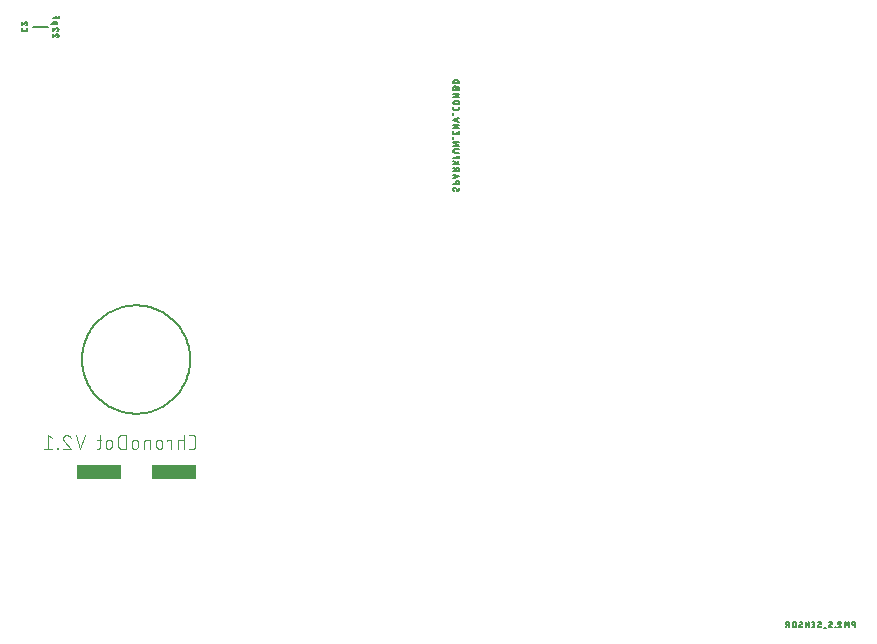
<source format=gbo>
G04 EAGLE Gerber X2 export*
%TF.Part,Single*%
%TF.FileFunction,Other,Bottom Silkscreen*%
%TF.FilePolarity,Positive*%
%TF.GenerationSoftware,Autodesk,EAGLE,9.1.1*%
%TF.CreationDate,2018-07-22T08:43:09Z*%
G75*
%MOMM*%
%FSLAX34Y34*%
%LPD*%
%AMOC8*
5,1,8,0,0,1.08239X$1,22.5*%
G01*
%ADD10C,0.203200*%
%ADD11C,0.127000*%
%ADD12C,0.101600*%
%ADD13R,3.810000X1.270000*%


D10*
X64770Y548640D02*
X77470Y548640D01*
D11*
X55499Y547144D02*
X55499Y546072D01*
X55501Y546007D01*
X55507Y545943D01*
X55517Y545879D01*
X55530Y545815D01*
X55548Y545753D01*
X55569Y545692D01*
X55593Y545632D01*
X55622Y545574D01*
X55654Y545517D01*
X55689Y545463D01*
X55727Y545411D01*
X55769Y545361D01*
X55813Y545314D01*
X55860Y545270D01*
X55910Y545228D01*
X55962Y545190D01*
X56016Y545155D01*
X56073Y545123D01*
X56131Y545094D01*
X56191Y545070D01*
X56252Y545049D01*
X56314Y545031D01*
X56378Y545018D01*
X56442Y545008D01*
X56506Y545002D01*
X56571Y545000D01*
X56571Y544999D02*
X59253Y544999D01*
X59253Y545000D02*
X59318Y545002D01*
X59382Y545008D01*
X59446Y545018D01*
X59510Y545031D01*
X59572Y545049D01*
X59633Y545070D01*
X59693Y545094D01*
X59751Y545123D01*
X59808Y545155D01*
X59862Y545190D01*
X59914Y545228D01*
X59964Y545270D01*
X60011Y545314D01*
X60055Y545361D01*
X60097Y545411D01*
X60135Y545463D01*
X60170Y545517D01*
X60202Y545574D01*
X60231Y545632D01*
X60255Y545692D01*
X60276Y545753D01*
X60294Y545815D01*
X60307Y545879D01*
X60317Y545943D01*
X60323Y546007D01*
X60325Y546072D01*
X60325Y547144D01*
X60325Y551074D02*
X60323Y551142D01*
X60317Y551209D01*
X60308Y551276D01*
X60295Y551343D01*
X60278Y551408D01*
X60257Y551473D01*
X60233Y551536D01*
X60205Y551598D01*
X60174Y551658D01*
X60140Y551716D01*
X60102Y551772D01*
X60062Y551827D01*
X60018Y551878D01*
X59971Y551927D01*
X59922Y551974D01*
X59871Y552018D01*
X59816Y552058D01*
X59760Y552096D01*
X59702Y552130D01*
X59642Y552161D01*
X59580Y552189D01*
X59517Y552213D01*
X59452Y552234D01*
X59387Y552251D01*
X59320Y552264D01*
X59253Y552273D01*
X59186Y552279D01*
X59118Y552281D01*
X60325Y551074D02*
X60323Y550996D01*
X60317Y550918D01*
X60307Y550841D01*
X60294Y550764D01*
X60276Y550688D01*
X60255Y550613D01*
X60230Y550539D01*
X60201Y550467D01*
X60169Y550396D01*
X60133Y550327D01*
X60094Y550259D01*
X60051Y550194D01*
X60005Y550131D01*
X59956Y550070D01*
X59904Y550012D01*
X59849Y549957D01*
X59792Y549904D01*
X59732Y549855D01*
X59669Y549808D01*
X59604Y549765D01*
X59538Y549725D01*
X59469Y549688D01*
X59398Y549655D01*
X59326Y549625D01*
X59253Y549599D01*
X58180Y551879D02*
X58229Y551928D01*
X58281Y551975D01*
X58336Y552018D01*
X58393Y552059D01*
X58452Y552097D01*
X58513Y552131D01*
X58576Y552162D01*
X58640Y552190D01*
X58706Y552214D01*
X58772Y552234D01*
X58840Y552251D01*
X58909Y552264D01*
X58978Y552273D01*
X59048Y552279D01*
X59118Y552281D01*
X58180Y551879D02*
X55499Y549600D01*
X55499Y552281D01*
X85534Y542193D02*
X85602Y542191D01*
X85669Y542185D01*
X85736Y542176D01*
X85803Y542163D01*
X85868Y542146D01*
X85933Y542125D01*
X85996Y542101D01*
X86058Y542073D01*
X86118Y542042D01*
X86176Y542008D01*
X86232Y541970D01*
X86287Y541930D01*
X86338Y541886D01*
X86387Y541839D01*
X86434Y541790D01*
X86478Y541739D01*
X86518Y541684D01*
X86556Y541628D01*
X86590Y541570D01*
X86621Y541510D01*
X86649Y541448D01*
X86673Y541385D01*
X86694Y541320D01*
X86711Y541255D01*
X86724Y541188D01*
X86733Y541121D01*
X86739Y541054D01*
X86741Y540986D01*
X86739Y540908D01*
X86733Y540830D01*
X86723Y540753D01*
X86710Y540676D01*
X86692Y540600D01*
X86671Y540525D01*
X86646Y540451D01*
X86617Y540379D01*
X86585Y540308D01*
X86549Y540239D01*
X86510Y540171D01*
X86467Y540106D01*
X86421Y540043D01*
X86372Y539982D01*
X86320Y539924D01*
X86265Y539869D01*
X86208Y539816D01*
X86148Y539767D01*
X86085Y539720D01*
X86020Y539677D01*
X85954Y539637D01*
X85885Y539600D01*
X85814Y539567D01*
X85742Y539537D01*
X85669Y539511D01*
X84596Y541790D02*
X84645Y541839D01*
X84697Y541886D01*
X84752Y541929D01*
X84809Y541970D01*
X84868Y542008D01*
X84929Y542042D01*
X84992Y542073D01*
X85056Y542101D01*
X85122Y542125D01*
X85188Y542145D01*
X85256Y542162D01*
X85325Y542175D01*
X85394Y542184D01*
X85464Y542190D01*
X85534Y542192D01*
X84596Y541790D02*
X81915Y539511D01*
X81915Y542192D01*
X86741Y546472D02*
X86739Y546540D01*
X86733Y546607D01*
X86724Y546674D01*
X86711Y546741D01*
X86694Y546806D01*
X86673Y546871D01*
X86649Y546934D01*
X86621Y546996D01*
X86590Y547056D01*
X86556Y547114D01*
X86518Y547170D01*
X86478Y547225D01*
X86434Y547276D01*
X86387Y547325D01*
X86338Y547372D01*
X86287Y547416D01*
X86232Y547456D01*
X86176Y547494D01*
X86118Y547528D01*
X86058Y547559D01*
X85996Y547587D01*
X85933Y547611D01*
X85868Y547632D01*
X85803Y547649D01*
X85736Y547662D01*
X85669Y547671D01*
X85602Y547677D01*
X85534Y547679D01*
X86741Y546472D02*
X86739Y546394D01*
X86733Y546316D01*
X86723Y546239D01*
X86710Y546162D01*
X86692Y546086D01*
X86671Y546011D01*
X86646Y545937D01*
X86617Y545865D01*
X86585Y545794D01*
X86549Y545725D01*
X86510Y545657D01*
X86467Y545592D01*
X86421Y545529D01*
X86372Y545468D01*
X86320Y545410D01*
X86265Y545355D01*
X86208Y545302D01*
X86148Y545253D01*
X86085Y545206D01*
X86020Y545163D01*
X85954Y545123D01*
X85885Y545086D01*
X85814Y545053D01*
X85742Y545023D01*
X85669Y544997D01*
X84596Y547277D02*
X84645Y547326D01*
X84697Y547373D01*
X84752Y547416D01*
X84809Y547457D01*
X84868Y547495D01*
X84929Y547529D01*
X84992Y547560D01*
X85056Y547588D01*
X85122Y547612D01*
X85188Y547632D01*
X85256Y547649D01*
X85325Y547662D01*
X85394Y547671D01*
X85464Y547677D01*
X85534Y547679D01*
X84596Y547276D02*
X81915Y544998D01*
X81915Y547679D01*
X80306Y550620D02*
X85132Y550620D01*
X85132Y551961D01*
X85130Y552016D01*
X85125Y552070D01*
X85115Y552125D01*
X85102Y552178D01*
X85086Y552230D01*
X85065Y552281D01*
X85042Y552331D01*
X85015Y552379D01*
X84985Y552425D01*
X84952Y552468D01*
X84916Y552510D01*
X84877Y552549D01*
X84835Y552585D01*
X84792Y552618D01*
X84746Y552648D01*
X84698Y552675D01*
X84648Y552698D01*
X84597Y552719D01*
X84545Y552735D01*
X84492Y552748D01*
X84437Y552758D01*
X84383Y552763D01*
X84328Y552765D01*
X82719Y552765D01*
X82664Y552763D01*
X82610Y552758D01*
X82555Y552748D01*
X82502Y552735D01*
X82450Y552719D01*
X82399Y552698D01*
X82349Y552675D01*
X82301Y552648D01*
X82255Y552618D01*
X82212Y552585D01*
X82170Y552549D01*
X82131Y552510D01*
X82095Y552468D01*
X82062Y552425D01*
X82032Y552379D01*
X82005Y552331D01*
X81982Y552281D01*
X81961Y552230D01*
X81945Y552178D01*
X81932Y552125D01*
X81922Y552070D01*
X81917Y552016D01*
X81915Y551961D01*
X81915Y550620D01*
X81915Y555624D02*
X86741Y555624D01*
X86741Y557769D01*
X84596Y557769D02*
X84596Y555624D01*
X761365Y44831D02*
X761365Y40005D01*
X761365Y44831D02*
X760024Y44831D01*
X759953Y44829D01*
X759881Y44823D01*
X759811Y44814D01*
X759741Y44801D01*
X759671Y44784D01*
X759603Y44763D01*
X759536Y44739D01*
X759470Y44711D01*
X759406Y44680D01*
X759343Y44645D01*
X759283Y44607D01*
X759224Y44566D01*
X759168Y44522D01*
X759114Y44475D01*
X759063Y44426D01*
X759015Y44373D01*
X758969Y44318D01*
X758927Y44261D01*
X758887Y44201D01*
X758851Y44140D01*
X758818Y44076D01*
X758789Y44011D01*
X758763Y43945D01*
X758740Y43877D01*
X758721Y43808D01*
X758706Y43738D01*
X758695Y43668D01*
X758687Y43597D01*
X758683Y43526D01*
X758683Y43454D01*
X758687Y43383D01*
X758695Y43312D01*
X758706Y43242D01*
X758721Y43172D01*
X758740Y43103D01*
X758763Y43035D01*
X758789Y42969D01*
X758818Y42904D01*
X758851Y42840D01*
X758887Y42779D01*
X758927Y42719D01*
X758969Y42662D01*
X759015Y42607D01*
X759063Y42554D01*
X759114Y42505D01*
X759168Y42458D01*
X759224Y42414D01*
X759283Y42373D01*
X759343Y42335D01*
X759406Y42300D01*
X759470Y42269D01*
X759536Y42241D01*
X759603Y42217D01*
X759671Y42196D01*
X759741Y42179D01*
X759811Y42166D01*
X759881Y42157D01*
X759953Y42151D01*
X760024Y42149D01*
X760024Y42150D02*
X761365Y42150D01*
X755927Y40005D02*
X755927Y44831D01*
X754319Y42150D01*
X752710Y44831D01*
X752710Y40005D01*
X748150Y44831D02*
X748082Y44829D01*
X748015Y44823D01*
X747948Y44814D01*
X747881Y44801D01*
X747816Y44784D01*
X747751Y44763D01*
X747688Y44739D01*
X747626Y44711D01*
X747566Y44680D01*
X747508Y44646D01*
X747452Y44608D01*
X747397Y44568D01*
X747346Y44524D01*
X747297Y44477D01*
X747250Y44428D01*
X747206Y44377D01*
X747166Y44322D01*
X747128Y44266D01*
X747094Y44208D01*
X747063Y44148D01*
X747035Y44086D01*
X747011Y44023D01*
X746990Y43958D01*
X746973Y43893D01*
X746960Y43826D01*
X746951Y43759D01*
X746945Y43692D01*
X746943Y43624D01*
X748150Y44831D02*
X748228Y44829D01*
X748306Y44823D01*
X748383Y44813D01*
X748460Y44800D01*
X748536Y44782D01*
X748611Y44761D01*
X748685Y44736D01*
X748757Y44707D01*
X748828Y44675D01*
X748897Y44639D01*
X748965Y44600D01*
X749030Y44557D01*
X749093Y44511D01*
X749154Y44462D01*
X749212Y44410D01*
X749267Y44355D01*
X749320Y44298D01*
X749369Y44238D01*
X749416Y44175D01*
X749459Y44110D01*
X749499Y44044D01*
X749536Y43975D01*
X749569Y43904D01*
X749599Y43832D01*
X749625Y43758D01*
X747345Y42686D02*
X747296Y42735D01*
X747249Y42787D01*
X747206Y42842D01*
X747165Y42899D01*
X747127Y42958D01*
X747093Y43019D01*
X747062Y43082D01*
X747034Y43146D01*
X747010Y43212D01*
X746990Y43278D01*
X746973Y43346D01*
X746960Y43415D01*
X746951Y43484D01*
X746945Y43554D01*
X746943Y43624D01*
X747345Y42686D02*
X749624Y40005D01*
X746943Y40005D01*
X744577Y40005D02*
X744577Y40273D01*
X744309Y40273D01*
X744309Y40005D01*
X744577Y40005D01*
X741943Y40005D02*
X740335Y40005D01*
X740270Y40007D01*
X740206Y40013D01*
X740142Y40023D01*
X740078Y40036D01*
X740016Y40054D01*
X739955Y40075D01*
X739895Y40099D01*
X739837Y40128D01*
X739780Y40160D01*
X739726Y40195D01*
X739674Y40233D01*
X739624Y40275D01*
X739577Y40319D01*
X739533Y40366D01*
X739491Y40416D01*
X739453Y40468D01*
X739418Y40522D01*
X739386Y40579D01*
X739357Y40637D01*
X739333Y40697D01*
X739312Y40758D01*
X739294Y40820D01*
X739281Y40884D01*
X739271Y40948D01*
X739265Y41012D01*
X739263Y41077D01*
X739262Y41077D02*
X739262Y41614D01*
X739263Y41614D02*
X739265Y41679D01*
X739271Y41743D01*
X739281Y41807D01*
X739294Y41871D01*
X739312Y41933D01*
X739333Y41994D01*
X739357Y42054D01*
X739386Y42112D01*
X739418Y42169D01*
X739453Y42223D01*
X739491Y42275D01*
X739533Y42325D01*
X739577Y42372D01*
X739624Y42416D01*
X739674Y42458D01*
X739726Y42496D01*
X739780Y42531D01*
X739837Y42563D01*
X739895Y42592D01*
X739955Y42616D01*
X740016Y42637D01*
X740078Y42655D01*
X740142Y42668D01*
X740206Y42678D01*
X740270Y42684D01*
X740335Y42686D01*
X741943Y42686D01*
X741943Y44831D01*
X739262Y44831D01*
X736738Y39469D02*
X734593Y39469D01*
X730642Y40005D02*
X730577Y40007D01*
X730513Y40013D01*
X730449Y40023D01*
X730385Y40036D01*
X730323Y40054D01*
X730262Y40075D01*
X730202Y40099D01*
X730144Y40128D01*
X730087Y40160D01*
X730033Y40195D01*
X729981Y40233D01*
X729931Y40275D01*
X729884Y40319D01*
X729840Y40366D01*
X729798Y40416D01*
X729760Y40468D01*
X729725Y40522D01*
X729693Y40579D01*
X729664Y40637D01*
X729640Y40697D01*
X729619Y40758D01*
X729601Y40820D01*
X729588Y40884D01*
X729578Y40948D01*
X729572Y41012D01*
X729570Y41077D01*
X730642Y40005D02*
X730736Y40007D01*
X730830Y40013D01*
X730924Y40023D01*
X731017Y40036D01*
X731109Y40054D01*
X731201Y40075D01*
X731292Y40100D01*
X731382Y40129D01*
X731470Y40162D01*
X731557Y40198D01*
X731642Y40238D01*
X731726Y40281D01*
X731807Y40328D01*
X731887Y40378D01*
X731965Y40431D01*
X732040Y40488D01*
X732113Y40547D01*
X732183Y40610D01*
X732251Y40675D01*
X732116Y43759D02*
X732114Y43824D01*
X732108Y43888D01*
X732098Y43952D01*
X732085Y44016D01*
X732067Y44078D01*
X732046Y44139D01*
X732022Y44199D01*
X731993Y44257D01*
X731961Y44314D01*
X731926Y44368D01*
X731888Y44420D01*
X731846Y44470D01*
X731802Y44517D01*
X731755Y44561D01*
X731705Y44603D01*
X731653Y44641D01*
X731599Y44676D01*
X731542Y44708D01*
X731484Y44737D01*
X731424Y44761D01*
X731363Y44782D01*
X731301Y44800D01*
X731237Y44813D01*
X731173Y44823D01*
X731109Y44829D01*
X731044Y44831D01*
X730958Y44829D01*
X730872Y44824D01*
X730786Y44814D01*
X730701Y44801D01*
X730616Y44785D01*
X730532Y44765D01*
X730449Y44741D01*
X730367Y44714D01*
X730287Y44683D01*
X730207Y44649D01*
X730130Y44611D01*
X730054Y44570D01*
X729980Y44526D01*
X729907Y44479D01*
X729837Y44429D01*
X731581Y42821D02*
X731634Y42854D01*
X731685Y42891D01*
X731734Y42930D01*
X731781Y42972D01*
X731825Y43017D01*
X731866Y43064D01*
X731905Y43113D01*
X731941Y43165D01*
X731974Y43219D01*
X732003Y43274D01*
X732029Y43331D01*
X732052Y43390D01*
X732072Y43449D01*
X732088Y43510D01*
X732101Y43571D01*
X732110Y43634D01*
X732115Y43696D01*
X732117Y43759D01*
X730106Y42015D02*
X730053Y41982D01*
X730002Y41945D01*
X729953Y41906D01*
X729906Y41864D01*
X729862Y41819D01*
X729821Y41772D01*
X729782Y41723D01*
X729746Y41671D01*
X729713Y41617D01*
X729684Y41562D01*
X729658Y41505D01*
X729635Y41446D01*
X729615Y41387D01*
X729599Y41326D01*
X729586Y41265D01*
X729577Y41202D01*
X729572Y41140D01*
X729570Y41077D01*
X730106Y42016D02*
X731581Y42820D01*
X726745Y40005D02*
X724600Y40005D01*
X726745Y40005D02*
X726745Y44831D01*
X724600Y44831D01*
X725136Y42686D02*
X726745Y42686D01*
X722010Y44831D02*
X722010Y40005D01*
X719329Y40005D02*
X722010Y44831D01*
X719329Y44831D02*
X719329Y40005D01*
X714915Y40005D02*
X714850Y40007D01*
X714786Y40013D01*
X714722Y40023D01*
X714658Y40036D01*
X714596Y40054D01*
X714535Y40075D01*
X714475Y40099D01*
X714417Y40128D01*
X714360Y40160D01*
X714306Y40195D01*
X714254Y40233D01*
X714204Y40275D01*
X714157Y40319D01*
X714113Y40366D01*
X714071Y40416D01*
X714033Y40468D01*
X713998Y40522D01*
X713966Y40579D01*
X713937Y40637D01*
X713913Y40697D01*
X713892Y40758D01*
X713874Y40820D01*
X713861Y40884D01*
X713851Y40948D01*
X713845Y41012D01*
X713843Y41077D01*
X714915Y40005D02*
X715009Y40007D01*
X715103Y40013D01*
X715197Y40023D01*
X715290Y40036D01*
X715382Y40054D01*
X715474Y40075D01*
X715565Y40100D01*
X715655Y40129D01*
X715743Y40162D01*
X715830Y40198D01*
X715915Y40238D01*
X715999Y40281D01*
X716080Y40328D01*
X716160Y40378D01*
X716238Y40431D01*
X716313Y40488D01*
X716386Y40547D01*
X716456Y40610D01*
X716524Y40675D01*
X716389Y43759D02*
X716387Y43824D01*
X716381Y43888D01*
X716371Y43952D01*
X716358Y44016D01*
X716340Y44078D01*
X716319Y44139D01*
X716295Y44199D01*
X716266Y44257D01*
X716234Y44314D01*
X716199Y44368D01*
X716161Y44420D01*
X716119Y44470D01*
X716075Y44517D01*
X716028Y44561D01*
X715978Y44603D01*
X715926Y44641D01*
X715872Y44676D01*
X715815Y44708D01*
X715757Y44737D01*
X715697Y44761D01*
X715636Y44782D01*
X715574Y44800D01*
X715510Y44813D01*
X715446Y44823D01*
X715382Y44829D01*
X715317Y44831D01*
X715231Y44829D01*
X715145Y44824D01*
X715059Y44814D01*
X714974Y44801D01*
X714889Y44785D01*
X714805Y44765D01*
X714722Y44741D01*
X714640Y44714D01*
X714560Y44683D01*
X714480Y44649D01*
X714403Y44611D01*
X714327Y44570D01*
X714253Y44526D01*
X714180Y44479D01*
X714110Y44429D01*
X715853Y42821D02*
X715906Y42854D01*
X715957Y42891D01*
X716006Y42930D01*
X716053Y42972D01*
X716097Y43017D01*
X716138Y43064D01*
X716177Y43113D01*
X716213Y43165D01*
X716246Y43219D01*
X716275Y43274D01*
X716301Y43331D01*
X716324Y43390D01*
X716344Y43449D01*
X716360Y43510D01*
X716373Y43571D01*
X716382Y43634D01*
X716387Y43696D01*
X716389Y43759D01*
X714378Y42015D02*
X714325Y41982D01*
X714274Y41945D01*
X714225Y41906D01*
X714178Y41864D01*
X714134Y41819D01*
X714093Y41772D01*
X714054Y41723D01*
X714018Y41671D01*
X713985Y41617D01*
X713956Y41562D01*
X713930Y41505D01*
X713907Y41446D01*
X713887Y41387D01*
X713871Y41326D01*
X713858Y41265D01*
X713849Y41202D01*
X713844Y41140D01*
X713842Y41077D01*
X714378Y42016D02*
X715853Y42820D01*
X711220Y43490D02*
X711220Y41346D01*
X711220Y43490D02*
X711218Y43561D01*
X711212Y43633D01*
X711203Y43703D01*
X711190Y43773D01*
X711173Y43843D01*
X711152Y43911D01*
X711128Y43978D01*
X711100Y44044D01*
X711069Y44108D01*
X711034Y44171D01*
X710996Y44231D01*
X710955Y44290D01*
X710911Y44346D01*
X710864Y44400D01*
X710815Y44451D01*
X710762Y44499D01*
X710707Y44545D01*
X710650Y44587D01*
X710590Y44627D01*
X710529Y44663D01*
X710465Y44696D01*
X710400Y44725D01*
X710334Y44751D01*
X710266Y44774D01*
X710197Y44793D01*
X710127Y44808D01*
X710057Y44819D01*
X709986Y44827D01*
X709915Y44831D01*
X709843Y44831D01*
X709772Y44827D01*
X709701Y44819D01*
X709631Y44808D01*
X709561Y44793D01*
X709492Y44774D01*
X709424Y44751D01*
X709358Y44725D01*
X709293Y44696D01*
X709229Y44663D01*
X709168Y44627D01*
X709108Y44587D01*
X709051Y44545D01*
X708996Y44499D01*
X708943Y44451D01*
X708894Y44400D01*
X708847Y44346D01*
X708803Y44290D01*
X708762Y44231D01*
X708724Y44171D01*
X708689Y44108D01*
X708658Y44044D01*
X708630Y43978D01*
X708606Y43911D01*
X708585Y43843D01*
X708568Y43773D01*
X708555Y43703D01*
X708546Y43633D01*
X708540Y43561D01*
X708538Y43490D01*
X708539Y43490D02*
X708539Y41346D01*
X708538Y41346D02*
X708540Y41275D01*
X708546Y41203D01*
X708555Y41133D01*
X708568Y41063D01*
X708585Y40993D01*
X708606Y40925D01*
X708630Y40858D01*
X708658Y40792D01*
X708689Y40728D01*
X708724Y40665D01*
X708762Y40605D01*
X708803Y40546D01*
X708847Y40490D01*
X708894Y40436D01*
X708943Y40385D01*
X708996Y40337D01*
X709051Y40291D01*
X709108Y40249D01*
X709168Y40209D01*
X709229Y40173D01*
X709293Y40140D01*
X709358Y40111D01*
X709424Y40085D01*
X709492Y40062D01*
X709561Y40043D01*
X709631Y40028D01*
X709701Y40017D01*
X709772Y40009D01*
X709843Y40005D01*
X709915Y40005D01*
X709986Y40009D01*
X710057Y40017D01*
X710127Y40028D01*
X710197Y40043D01*
X710266Y40062D01*
X710334Y40085D01*
X710400Y40111D01*
X710465Y40140D01*
X710529Y40173D01*
X710590Y40209D01*
X710650Y40249D01*
X710707Y40291D01*
X710762Y40337D01*
X710815Y40385D01*
X710864Y40436D01*
X710911Y40490D01*
X710955Y40546D01*
X710996Y40605D01*
X711034Y40665D01*
X711069Y40728D01*
X711100Y40792D01*
X711128Y40858D01*
X711152Y40925D01*
X711173Y40993D01*
X711190Y41063D01*
X711203Y41133D01*
X711212Y41203D01*
X711218Y41275D01*
X711220Y41346D01*
X705487Y40005D02*
X705487Y44831D01*
X704146Y44831D01*
X704075Y44829D01*
X704003Y44823D01*
X703933Y44814D01*
X703863Y44801D01*
X703793Y44784D01*
X703725Y44763D01*
X703658Y44739D01*
X703592Y44711D01*
X703528Y44680D01*
X703465Y44645D01*
X703405Y44607D01*
X703346Y44566D01*
X703290Y44522D01*
X703236Y44475D01*
X703185Y44426D01*
X703137Y44373D01*
X703091Y44318D01*
X703049Y44261D01*
X703009Y44201D01*
X702973Y44140D01*
X702940Y44076D01*
X702911Y44011D01*
X702885Y43945D01*
X702862Y43877D01*
X702843Y43808D01*
X702828Y43738D01*
X702817Y43668D01*
X702809Y43597D01*
X702805Y43526D01*
X702805Y43454D01*
X702809Y43383D01*
X702817Y43312D01*
X702828Y43242D01*
X702843Y43172D01*
X702862Y43103D01*
X702885Y43035D01*
X702911Y42969D01*
X702940Y42904D01*
X702973Y42840D01*
X703009Y42779D01*
X703049Y42719D01*
X703091Y42662D01*
X703137Y42607D01*
X703185Y42554D01*
X703236Y42505D01*
X703290Y42458D01*
X703346Y42414D01*
X703405Y42373D01*
X703465Y42335D01*
X703528Y42300D01*
X703592Y42269D01*
X703658Y42241D01*
X703725Y42217D01*
X703793Y42196D01*
X703863Y42179D01*
X703933Y42166D01*
X704003Y42157D01*
X704075Y42151D01*
X704146Y42149D01*
X704146Y42150D02*
X705487Y42150D01*
X703878Y42150D02*
X702806Y40005D01*
X421005Y411184D02*
X421007Y411249D01*
X421013Y411313D01*
X421023Y411377D01*
X421036Y411441D01*
X421054Y411503D01*
X421075Y411564D01*
X421099Y411624D01*
X421128Y411682D01*
X421160Y411739D01*
X421195Y411793D01*
X421233Y411845D01*
X421275Y411895D01*
X421319Y411942D01*
X421366Y411986D01*
X421416Y412028D01*
X421468Y412066D01*
X421522Y412101D01*
X421579Y412133D01*
X421637Y412162D01*
X421697Y412186D01*
X421758Y412207D01*
X421820Y412225D01*
X421884Y412238D01*
X421948Y412248D01*
X422012Y412254D01*
X422077Y412256D01*
X421005Y411184D02*
X421007Y411090D01*
X421013Y410996D01*
X421023Y410902D01*
X421036Y410809D01*
X421054Y410717D01*
X421075Y410625D01*
X421100Y410534D01*
X421129Y410444D01*
X421162Y410356D01*
X421198Y410269D01*
X421238Y410184D01*
X421281Y410100D01*
X421328Y410019D01*
X421378Y409939D01*
X421431Y409861D01*
X421488Y409786D01*
X421547Y409713D01*
X421610Y409643D01*
X421675Y409575D01*
X424759Y409709D02*
X424824Y409711D01*
X424888Y409717D01*
X424952Y409727D01*
X425016Y409740D01*
X425078Y409758D01*
X425139Y409779D01*
X425199Y409803D01*
X425257Y409832D01*
X425314Y409864D01*
X425368Y409899D01*
X425420Y409937D01*
X425470Y409979D01*
X425517Y410023D01*
X425561Y410070D01*
X425603Y410120D01*
X425641Y410172D01*
X425676Y410226D01*
X425708Y410283D01*
X425737Y410341D01*
X425761Y410401D01*
X425782Y410462D01*
X425800Y410524D01*
X425813Y410588D01*
X425823Y410652D01*
X425829Y410716D01*
X425831Y410781D01*
X425829Y410867D01*
X425824Y410953D01*
X425814Y411039D01*
X425801Y411124D01*
X425785Y411209D01*
X425765Y411293D01*
X425741Y411376D01*
X425714Y411458D01*
X425683Y411538D01*
X425649Y411618D01*
X425611Y411695D01*
X425570Y411771D01*
X425526Y411845D01*
X425479Y411917D01*
X425429Y411988D01*
X423821Y410245D02*
X423854Y410192D01*
X423891Y410141D01*
X423930Y410092D01*
X423972Y410045D01*
X424017Y410001D01*
X424064Y409960D01*
X424113Y409921D01*
X424165Y409885D01*
X424219Y409852D01*
X424274Y409823D01*
X424331Y409797D01*
X424390Y409774D01*
X424449Y409754D01*
X424510Y409738D01*
X424571Y409725D01*
X424634Y409716D01*
X424696Y409711D01*
X424759Y409709D01*
X423015Y411720D02*
X422982Y411773D01*
X422945Y411824D01*
X422906Y411873D01*
X422864Y411920D01*
X422819Y411964D01*
X422772Y412005D01*
X422723Y412044D01*
X422671Y412080D01*
X422617Y412113D01*
X422562Y412142D01*
X422505Y412168D01*
X422446Y412191D01*
X422387Y412211D01*
X422326Y412227D01*
X422265Y412240D01*
X422202Y412249D01*
X422140Y412254D01*
X422077Y412256D01*
X423016Y411720D02*
X423820Y410245D01*
X425831Y415208D02*
X421005Y415208D01*
X425831Y415208D02*
X425831Y416548D01*
X425829Y416619D01*
X425823Y416691D01*
X425814Y416761D01*
X425801Y416831D01*
X425784Y416901D01*
X425763Y416969D01*
X425739Y417036D01*
X425711Y417102D01*
X425680Y417166D01*
X425645Y417229D01*
X425607Y417289D01*
X425566Y417348D01*
X425522Y417404D01*
X425475Y417458D01*
X425426Y417509D01*
X425373Y417557D01*
X425318Y417603D01*
X425261Y417645D01*
X425201Y417685D01*
X425140Y417721D01*
X425076Y417754D01*
X425011Y417783D01*
X424945Y417809D01*
X424877Y417832D01*
X424808Y417851D01*
X424738Y417866D01*
X424668Y417877D01*
X424597Y417885D01*
X424526Y417889D01*
X424454Y417889D01*
X424383Y417885D01*
X424312Y417877D01*
X424242Y417866D01*
X424172Y417851D01*
X424103Y417832D01*
X424035Y417809D01*
X423969Y417783D01*
X423904Y417754D01*
X423840Y417721D01*
X423779Y417685D01*
X423719Y417645D01*
X423662Y417603D01*
X423607Y417557D01*
X423554Y417509D01*
X423505Y417458D01*
X423458Y417404D01*
X423414Y417348D01*
X423373Y417289D01*
X423335Y417229D01*
X423300Y417166D01*
X423269Y417102D01*
X423241Y417036D01*
X423217Y416969D01*
X423196Y416901D01*
X423179Y416831D01*
X423166Y416761D01*
X423157Y416691D01*
X423151Y416619D01*
X423149Y416548D01*
X423150Y416548D02*
X423150Y415208D01*
X421005Y420097D02*
X425831Y421705D01*
X421005Y423314D01*
X422212Y422912D02*
X422212Y420499D01*
X421005Y426098D02*
X425831Y426098D01*
X425831Y427438D01*
X425829Y427509D01*
X425823Y427581D01*
X425814Y427651D01*
X425801Y427721D01*
X425784Y427791D01*
X425763Y427859D01*
X425739Y427926D01*
X425711Y427992D01*
X425680Y428056D01*
X425645Y428119D01*
X425607Y428179D01*
X425566Y428238D01*
X425522Y428294D01*
X425475Y428348D01*
X425426Y428399D01*
X425373Y428447D01*
X425318Y428493D01*
X425261Y428535D01*
X425201Y428575D01*
X425140Y428611D01*
X425076Y428644D01*
X425011Y428673D01*
X424945Y428699D01*
X424877Y428722D01*
X424808Y428741D01*
X424738Y428756D01*
X424668Y428767D01*
X424597Y428775D01*
X424526Y428779D01*
X424454Y428779D01*
X424383Y428775D01*
X424312Y428767D01*
X424242Y428756D01*
X424172Y428741D01*
X424103Y428722D01*
X424035Y428699D01*
X423969Y428673D01*
X423904Y428644D01*
X423840Y428611D01*
X423779Y428575D01*
X423719Y428535D01*
X423662Y428493D01*
X423607Y428447D01*
X423554Y428399D01*
X423505Y428348D01*
X423458Y428294D01*
X423414Y428238D01*
X423373Y428179D01*
X423335Y428119D01*
X423300Y428056D01*
X423269Y427992D01*
X423241Y427926D01*
X423217Y427859D01*
X423196Y427791D01*
X423179Y427721D01*
X423166Y427651D01*
X423157Y427581D01*
X423151Y427509D01*
X423149Y427438D01*
X423150Y427438D02*
X423150Y426098D01*
X423150Y427706D02*
X421005Y428779D01*
X421005Y431850D02*
X425831Y431850D01*
X425831Y434531D02*
X422882Y431850D01*
X423954Y432922D02*
X421005Y434531D01*
X421005Y437209D02*
X425831Y437209D01*
X425831Y439354D01*
X423686Y439354D02*
X423686Y437209D01*
X422346Y441945D02*
X425831Y441945D01*
X422346Y441944D02*
X422275Y441946D01*
X422203Y441952D01*
X422133Y441961D01*
X422063Y441974D01*
X421993Y441991D01*
X421925Y442012D01*
X421858Y442036D01*
X421792Y442064D01*
X421728Y442095D01*
X421665Y442130D01*
X421605Y442168D01*
X421546Y442209D01*
X421490Y442253D01*
X421436Y442300D01*
X421385Y442349D01*
X421337Y442402D01*
X421291Y442457D01*
X421249Y442514D01*
X421209Y442574D01*
X421173Y442635D01*
X421140Y442699D01*
X421111Y442764D01*
X421085Y442830D01*
X421062Y442898D01*
X421043Y442967D01*
X421028Y443037D01*
X421017Y443107D01*
X421009Y443178D01*
X421005Y443249D01*
X421005Y443321D01*
X421009Y443392D01*
X421017Y443463D01*
X421028Y443533D01*
X421043Y443603D01*
X421062Y443672D01*
X421085Y443740D01*
X421111Y443806D01*
X421140Y443871D01*
X421173Y443935D01*
X421209Y443996D01*
X421249Y444056D01*
X421291Y444113D01*
X421337Y444168D01*
X421385Y444221D01*
X421436Y444270D01*
X421490Y444317D01*
X421546Y444361D01*
X421605Y444402D01*
X421665Y444440D01*
X421728Y444475D01*
X421792Y444506D01*
X421858Y444534D01*
X421925Y444558D01*
X421993Y444579D01*
X422063Y444596D01*
X422133Y444609D01*
X422203Y444618D01*
X422275Y444624D01*
X422346Y444626D01*
X425831Y444626D01*
X425831Y447797D02*
X421005Y447797D01*
X421005Y450478D02*
X425831Y447797D01*
X425831Y450478D02*
X421005Y450478D01*
X420469Y453185D02*
X420469Y455330D01*
X421005Y458057D02*
X421005Y460202D01*
X421005Y458057D02*
X425831Y458057D01*
X425831Y460202D01*
X423686Y459666D02*
X423686Y458057D01*
X425831Y462793D02*
X421005Y462793D01*
X421005Y465474D02*
X425831Y462793D01*
X425831Y465474D02*
X421005Y465474D01*
X421005Y469803D02*
X425831Y468194D01*
X425831Y471411D02*
X421005Y469803D01*
X420469Y473668D02*
X420469Y475813D01*
X421005Y479381D02*
X421005Y480454D01*
X421005Y479381D02*
X421007Y479316D01*
X421013Y479252D01*
X421023Y479188D01*
X421036Y479124D01*
X421054Y479062D01*
X421075Y479001D01*
X421099Y478941D01*
X421128Y478883D01*
X421160Y478826D01*
X421195Y478772D01*
X421233Y478720D01*
X421275Y478670D01*
X421319Y478623D01*
X421366Y478579D01*
X421416Y478537D01*
X421468Y478499D01*
X421522Y478464D01*
X421579Y478432D01*
X421637Y478403D01*
X421697Y478379D01*
X421758Y478358D01*
X421820Y478340D01*
X421884Y478327D01*
X421948Y478317D01*
X422012Y478311D01*
X422077Y478309D01*
X424759Y478309D01*
X424824Y478311D01*
X424888Y478317D01*
X424952Y478327D01*
X425016Y478340D01*
X425078Y478358D01*
X425139Y478379D01*
X425199Y478403D01*
X425257Y478432D01*
X425314Y478464D01*
X425368Y478499D01*
X425420Y478537D01*
X425470Y478579D01*
X425517Y478623D01*
X425561Y478670D01*
X425603Y478720D01*
X425641Y478772D01*
X425676Y478826D01*
X425708Y478883D01*
X425737Y478941D01*
X425761Y479001D01*
X425782Y479062D01*
X425800Y479124D01*
X425813Y479188D01*
X425823Y479252D01*
X425829Y479316D01*
X425831Y479381D01*
X425831Y480454D01*
X424490Y482909D02*
X422346Y482909D01*
X424490Y482909D02*
X424561Y482911D01*
X424633Y482917D01*
X424703Y482926D01*
X424773Y482939D01*
X424843Y482956D01*
X424911Y482977D01*
X424978Y483001D01*
X425044Y483029D01*
X425108Y483060D01*
X425171Y483095D01*
X425231Y483133D01*
X425290Y483174D01*
X425346Y483218D01*
X425400Y483265D01*
X425451Y483314D01*
X425499Y483367D01*
X425545Y483422D01*
X425587Y483479D01*
X425627Y483539D01*
X425663Y483600D01*
X425696Y483664D01*
X425725Y483729D01*
X425751Y483795D01*
X425774Y483863D01*
X425793Y483932D01*
X425808Y484002D01*
X425819Y484072D01*
X425827Y484143D01*
X425831Y484214D01*
X425831Y484286D01*
X425827Y484357D01*
X425819Y484428D01*
X425808Y484498D01*
X425793Y484568D01*
X425774Y484637D01*
X425751Y484705D01*
X425725Y484771D01*
X425696Y484836D01*
X425663Y484900D01*
X425627Y484961D01*
X425587Y485021D01*
X425545Y485078D01*
X425499Y485133D01*
X425451Y485186D01*
X425400Y485235D01*
X425346Y485282D01*
X425290Y485326D01*
X425231Y485367D01*
X425171Y485405D01*
X425108Y485440D01*
X425044Y485471D01*
X424978Y485499D01*
X424911Y485523D01*
X424843Y485544D01*
X424773Y485561D01*
X424703Y485574D01*
X424633Y485583D01*
X424561Y485589D01*
X424490Y485591D01*
X422346Y485591D01*
X422275Y485589D01*
X422203Y485583D01*
X422133Y485574D01*
X422063Y485561D01*
X421993Y485544D01*
X421925Y485523D01*
X421858Y485499D01*
X421792Y485471D01*
X421728Y485440D01*
X421665Y485405D01*
X421605Y485367D01*
X421546Y485326D01*
X421490Y485282D01*
X421436Y485235D01*
X421385Y485186D01*
X421337Y485133D01*
X421291Y485078D01*
X421249Y485021D01*
X421209Y484961D01*
X421173Y484900D01*
X421140Y484836D01*
X421111Y484771D01*
X421085Y484705D01*
X421062Y484637D01*
X421043Y484568D01*
X421028Y484498D01*
X421017Y484428D01*
X421009Y484357D01*
X421005Y484286D01*
X421005Y484214D01*
X421009Y484143D01*
X421017Y484072D01*
X421028Y484002D01*
X421043Y483932D01*
X421062Y483863D01*
X421085Y483795D01*
X421111Y483729D01*
X421140Y483664D01*
X421173Y483600D01*
X421209Y483539D01*
X421249Y483479D01*
X421291Y483422D01*
X421337Y483367D01*
X421385Y483314D01*
X421436Y483265D01*
X421490Y483218D01*
X421546Y483174D01*
X421605Y483133D01*
X421665Y483095D01*
X421728Y483060D01*
X421792Y483029D01*
X421858Y483001D01*
X421925Y482977D01*
X421993Y482956D01*
X422063Y482939D01*
X422133Y482926D01*
X422203Y482917D01*
X422275Y482911D01*
X422346Y482909D01*
X421005Y488676D02*
X425831Y488676D01*
X423150Y490285D01*
X425831Y491894D01*
X421005Y491894D01*
X423686Y495309D02*
X423686Y496649D01*
X423687Y496649D02*
X423685Y496720D01*
X423679Y496792D01*
X423670Y496862D01*
X423657Y496932D01*
X423640Y497002D01*
X423619Y497070D01*
X423595Y497137D01*
X423567Y497203D01*
X423536Y497267D01*
X423501Y497330D01*
X423463Y497390D01*
X423422Y497449D01*
X423378Y497505D01*
X423331Y497559D01*
X423282Y497610D01*
X423229Y497658D01*
X423174Y497704D01*
X423117Y497746D01*
X423057Y497786D01*
X422996Y497822D01*
X422932Y497855D01*
X422867Y497884D01*
X422801Y497910D01*
X422733Y497933D01*
X422664Y497952D01*
X422594Y497967D01*
X422524Y497978D01*
X422453Y497986D01*
X422382Y497990D01*
X422310Y497990D01*
X422239Y497986D01*
X422168Y497978D01*
X422098Y497967D01*
X422028Y497952D01*
X421959Y497933D01*
X421891Y497910D01*
X421825Y497884D01*
X421760Y497855D01*
X421696Y497822D01*
X421635Y497786D01*
X421575Y497746D01*
X421518Y497704D01*
X421463Y497658D01*
X421410Y497610D01*
X421361Y497559D01*
X421314Y497505D01*
X421270Y497449D01*
X421229Y497390D01*
X421191Y497330D01*
X421156Y497267D01*
X421125Y497203D01*
X421097Y497137D01*
X421073Y497070D01*
X421052Y497002D01*
X421035Y496932D01*
X421022Y496862D01*
X421013Y496792D01*
X421007Y496720D01*
X421005Y496649D01*
X421005Y495309D01*
X425831Y495309D01*
X425831Y496649D01*
X425829Y496714D01*
X425823Y496778D01*
X425813Y496842D01*
X425800Y496906D01*
X425782Y496968D01*
X425761Y497029D01*
X425737Y497089D01*
X425708Y497147D01*
X425676Y497204D01*
X425641Y497258D01*
X425603Y497310D01*
X425561Y497360D01*
X425517Y497407D01*
X425470Y497451D01*
X425420Y497493D01*
X425368Y497531D01*
X425314Y497566D01*
X425257Y497598D01*
X425199Y497627D01*
X425139Y497651D01*
X425078Y497672D01*
X425016Y497690D01*
X424952Y497703D01*
X424888Y497713D01*
X424824Y497719D01*
X424759Y497721D01*
X424694Y497719D01*
X424630Y497713D01*
X424566Y497703D01*
X424502Y497690D01*
X424440Y497672D01*
X424379Y497651D01*
X424319Y497627D01*
X424261Y497598D01*
X424204Y497566D01*
X424150Y497531D01*
X424098Y497493D01*
X424048Y497451D01*
X424001Y497407D01*
X423957Y497360D01*
X423915Y497310D01*
X423877Y497258D01*
X423842Y497204D01*
X423810Y497147D01*
X423781Y497089D01*
X423757Y497029D01*
X423736Y496968D01*
X423718Y496906D01*
X423705Y496842D01*
X423695Y496778D01*
X423689Y496714D01*
X423687Y496649D01*
X424490Y500466D02*
X422346Y500466D01*
X424490Y500465D02*
X424561Y500467D01*
X424633Y500473D01*
X424703Y500482D01*
X424773Y500495D01*
X424843Y500512D01*
X424911Y500533D01*
X424978Y500557D01*
X425044Y500585D01*
X425108Y500616D01*
X425171Y500651D01*
X425231Y500689D01*
X425290Y500730D01*
X425346Y500774D01*
X425400Y500821D01*
X425451Y500870D01*
X425499Y500923D01*
X425545Y500978D01*
X425587Y501035D01*
X425627Y501095D01*
X425663Y501156D01*
X425696Y501220D01*
X425725Y501285D01*
X425751Y501351D01*
X425774Y501419D01*
X425793Y501488D01*
X425808Y501558D01*
X425819Y501628D01*
X425827Y501699D01*
X425831Y501770D01*
X425831Y501842D01*
X425827Y501913D01*
X425819Y501984D01*
X425808Y502054D01*
X425793Y502124D01*
X425774Y502193D01*
X425751Y502261D01*
X425725Y502327D01*
X425696Y502392D01*
X425663Y502456D01*
X425627Y502517D01*
X425587Y502577D01*
X425545Y502634D01*
X425499Y502689D01*
X425451Y502742D01*
X425400Y502791D01*
X425346Y502838D01*
X425290Y502882D01*
X425231Y502923D01*
X425171Y502961D01*
X425108Y502996D01*
X425044Y503027D01*
X424978Y503055D01*
X424911Y503079D01*
X424843Y503100D01*
X424773Y503117D01*
X424703Y503130D01*
X424633Y503139D01*
X424561Y503145D01*
X424490Y503147D01*
X422346Y503147D01*
X422275Y503145D01*
X422203Y503139D01*
X422133Y503130D01*
X422063Y503117D01*
X421993Y503100D01*
X421925Y503079D01*
X421858Y503055D01*
X421792Y503027D01*
X421728Y502996D01*
X421665Y502961D01*
X421605Y502923D01*
X421546Y502882D01*
X421490Y502838D01*
X421436Y502791D01*
X421385Y502742D01*
X421337Y502689D01*
X421291Y502634D01*
X421249Y502577D01*
X421209Y502517D01*
X421173Y502456D01*
X421140Y502392D01*
X421111Y502327D01*
X421085Y502261D01*
X421062Y502193D01*
X421043Y502124D01*
X421028Y502054D01*
X421017Y501984D01*
X421009Y501913D01*
X421005Y501842D01*
X421005Y501770D01*
X421009Y501699D01*
X421017Y501628D01*
X421028Y501558D01*
X421043Y501488D01*
X421062Y501419D01*
X421085Y501351D01*
X421111Y501285D01*
X421140Y501220D01*
X421173Y501156D01*
X421209Y501095D01*
X421249Y501035D01*
X421291Y500978D01*
X421337Y500923D01*
X421385Y500870D01*
X421436Y500821D01*
X421490Y500774D01*
X421546Y500730D01*
X421605Y500689D01*
X421665Y500651D01*
X421728Y500616D01*
X421792Y500585D01*
X421858Y500557D01*
X421925Y500533D01*
X421993Y500512D01*
X422063Y500495D01*
X422133Y500482D01*
X422203Y500473D01*
X422275Y500467D01*
X422346Y500465D01*
X106609Y266700D02*
X106623Y267824D01*
X106664Y268947D01*
X106733Y270069D01*
X106829Y271188D01*
X106953Y272305D01*
X107105Y273419D01*
X107283Y274529D01*
X107489Y275633D01*
X107722Y276733D01*
X107981Y277826D01*
X108268Y278913D01*
X108581Y279992D01*
X108920Y281064D01*
X109286Y282127D01*
X109677Y283180D01*
X110095Y284223D01*
X110537Y285256D01*
X111005Y286278D01*
X111498Y287288D01*
X112016Y288286D01*
X112558Y289270D01*
X113124Y290241D01*
X113713Y291198D01*
X114326Y292140D01*
X114962Y293067D01*
X115620Y293978D01*
X116301Y294872D01*
X117003Y295750D01*
X117727Y296609D01*
X118471Y297451D01*
X119236Y298275D01*
X120021Y299079D01*
X120825Y299864D01*
X121649Y300629D01*
X122491Y301373D01*
X123350Y302097D01*
X124228Y302799D01*
X125122Y303480D01*
X126033Y304138D01*
X126960Y304774D01*
X127902Y305387D01*
X128859Y305976D01*
X129830Y306542D01*
X130814Y307084D01*
X131812Y307602D01*
X132822Y308095D01*
X133844Y308563D01*
X134877Y309005D01*
X135920Y309423D01*
X136973Y309814D01*
X138036Y310180D01*
X139108Y310519D01*
X140187Y310832D01*
X141274Y311119D01*
X142367Y311378D01*
X143467Y311611D01*
X144571Y311817D01*
X145681Y311995D01*
X146795Y312147D01*
X147912Y312271D01*
X149031Y312367D01*
X150153Y312436D01*
X151276Y312477D01*
X152400Y312491D01*
X153524Y312477D01*
X154647Y312436D01*
X155769Y312367D01*
X156888Y312271D01*
X158005Y312147D01*
X159119Y311995D01*
X160229Y311817D01*
X161333Y311611D01*
X162433Y311378D01*
X163526Y311119D01*
X164613Y310832D01*
X165692Y310519D01*
X166764Y310180D01*
X167827Y309814D01*
X168880Y309423D01*
X169923Y309005D01*
X170956Y308563D01*
X171978Y308095D01*
X172988Y307602D01*
X173986Y307084D01*
X174970Y306542D01*
X175941Y305976D01*
X176898Y305387D01*
X177840Y304774D01*
X178767Y304138D01*
X179678Y303480D01*
X180572Y302799D01*
X181450Y302097D01*
X182309Y301373D01*
X183151Y300629D01*
X183975Y299864D01*
X184779Y299079D01*
X185564Y298275D01*
X186329Y297451D01*
X187073Y296609D01*
X187797Y295750D01*
X188499Y294872D01*
X189180Y293978D01*
X189838Y293067D01*
X190474Y292140D01*
X191087Y291198D01*
X191676Y290241D01*
X192242Y289270D01*
X192784Y288286D01*
X193302Y287288D01*
X193795Y286278D01*
X194263Y285256D01*
X194705Y284223D01*
X195123Y283180D01*
X195514Y282127D01*
X195880Y281064D01*
X196219Y279992D01*
X196532Y278913D01*
X196819Y277826D01*
X197078Y276733D01*
X197311Y275633D01*
X197517Y274529D01*
X197695Y273419D01*
X197847Y272305D01*
X197971Y271188D01*
X198067Y270069D01*
X198136Y268947D01*
X198177Y267824D01*
X198191Y266700D01*
X198177Y265576D01*
X198136Y264453D01*
X198067Y263331D01*
X197971Y262212D01*
X197847Y261095D01*
X197695Y259981D01*
X197517Y258871D01*
X197311Y257767D01*
X197078Y256667D01*
X196819Y255574D01*
X196532Y254487D01*
X196219Y253408D01*
X195880Y252336D01*
X195514Y251273D01*
X195123Y250220D01*
X194705Y249177D01*
X194263Y248144D01*
X193795Y247122D01*
X193302Y246112D01*
X192784Y245114D01*
X192242Y244130D01*
X191676Y243159D01*
X191087Y242202D01*
X190474Y241260D01*
X189838Y240333D01*
X189180Y239422D01*
X188499Y238528D01*
X187797Y237650D01*
X187073Y236791D01*
X186329Y235949D01*
X185564Y235125D01*
X184779Y234321D01*
X183975Y233536D01*
X183151Y232771D01*
X182309Y232027D01*
X181450Y231303D01*
X180572Y230601D01*
X179678Y229920D01*
X178767Y229262D01*
X177840Y228626D01*
X176898Y228013D01*
X175941Y227424D01*
X174970Y226858D01*
X173986Y226316D01*
X172988Y225798D01*
X171978Y225305D01*
X170956Y224837D01*
X169923Y224395D01*
X168880Y223977D01*
X167827Y223586D01*
X166764Y223220D01*
X165692Y222881D01*
X164613Y222568D01*
X163526Y222281D01*
X162433Y222022D01*
X161333Y221789D01*
X160229Y221583D01*
X159119Y221405D01*
X158005Y221253D01*
X156888Y221129D01*
X155769Y221033D01*
X154647Y220964D01*
X153524Y220923D01*
X152400Y220909D01*
X151276Y220923D01*
X150153Y220964D01*
X149031Y221033D01*
X147912Y221129D01*
X146795Y221253D01*
X145681Y221405D01*
X144571Y221583D01*
X143467Y221789D01*
X142367Y222022D01*
X141274Y222281D01*
X140187Y222568D01*
X139108Y222881D01*
X138036Y223220D01*
X136973Y223586D01*
X135920Y223977D01*
X134877Y224395D01*
X133844Y224837D01*
X132822Y225305D01*
X131812Y225798D01*
X130814Y226316D01*
X129830Y226858D01*
X128859Y227424D01*
X127902Y228013D01*
X126960Y228626D01*
X126033Y229262D01*
X125122Y229920D01*
X124228Y230601D01*
X123350Y231303D01*
X122491Y232027D01*
X121649Y232771D01*
X120825Y233536D01*
X120021Y234321D01*
X119236Y235125D01*
X118471Y235949D01*
X117727Y236791D01*
X117003Y237650D01*
X116301Y238528D01*
X115620Y239422D01*
X114962Y240333D01*
X114326Y241260D01*
X113713Y242202D01*
X113124Y243159D01*
X112558Y244130D01*
X112016Y245114D01*
X111498Y246112D01*
X111005Y247122D01*
X110537Y248144D01*
X110095Y249177D01*
X109677Y250220D01*
X109286Y251273D01*
X108920Y252336D01*
X108581Y253408D01*
X108268Y254487D01*
X107981Y255574D01*
X107722Y256667D01*
X107489Y257767D01*
X107283Y258871D01*
X107105Y259981D01*
X106953Y261095D01*
X106829Y262212D01*
X106733Y263331D01*
X106664Y264453D01*
X106623Y265576D01*
X106609Y266700D01*
D12*
X197499Y191008D02*
X200096Y191008D01*
X200195Y191010D01*
X200295Y191016D01*
X200394Y191025D01*
X200492Y191038D01*
X200590Y191055D01*
X200688Y191076D01*
X200784Y191101D01*
X200879Y191129D01*
X200973Y191161D01*
X201066Y191196D01*
X201158Y191235D01*
X201248Y191278D01*
X201336Y191323D01*
X201423Y191373D01*
X201507Y191425D01*
X201590Y191481D01*
X201670Y191539D01*
X201748Y191601D01*
X201823Y191666D01*
X201896Y191734D01*
X201966Y191804D01*
X202034Y191877D01*
X202099Y191952D01*
X202161Y192030D01*
X202219Y192110D01*
X202275Y192193D01*
X202327Y192277D01*
X202377Y192364D01*
X202422Y192452D01*
X202465Y192542D01*
X202504Y192634D01*
X202539Y192727D01*
X202571Y192821D01*
X202599Y192916D01*
X202624Y193012D01*
X202645Y193110D01*
X202662Y193208D01*
X202675Y193306D01*
X202684Y193405D01*
X202690Y193505D01*
X202692Y193604D01*
X202692Y200096D01*
X202690Y200195D01*
X202684Y200295D01*
X202675Y200394D01*
X202662Y200492D01*
X202645Y200590D01*
X202624Y200688D01*
X202599Y200784D01*
X202571Y200879D01*
X202539Y200973D01*
X202504Y201066D01*
X202465Y201158D01*
X202422Y201248D01*
X202377Y201336D01*
X202327Y201423D01*
X202275Y201507D01*
X202219Y201590D01*
X202161Y201670D01*
X202099Y201748D01*
X202034Y201823D01*
X201966Y201896D01*
X201896Y201966D01*
X201823Y202034D01*
X201748Y202099D01*
X201670Y202161D01*
X201590Y202219D01*
X201507Y202275D01*
X201423Y202327D01*
X201336Y202377D01*
X201248Y202422D01*
X201158Y202465D01*
X201066Y202504D01*
X200973Y202539D01*
X200879Y202571D01*
X200784Y202599D01*
X200688Y202624D01*
X200590Y202645D01*
X200492Y202662D01*
X200394Y202675D01*
X200295Y202684D01*
X200195Y202690D01*
X200096Y202692D01*
X197499Y202692D01*
X192866Y202692D02*
X192866Y191008D01*
X192866Y198797D02*
X189620Y198797D01*
X189533Y198795D01*
X189445Y198789D01*
X189359Y198779D01*
X189272Y198766D01*
X189187Y198748D01*
X189102Y198727D01*
X189018Y198702D01*
X188936Y198673D01*
X188855Y198640D01*
X188775Y198604D01*
X188697Y198565D01*
X188621Y198521D01*
X188547Y198475D01*
X188476Y198425D01*
X188406Y198372D01*
X188339Y198316D01*
X188275Y198257D01*
X188213Y198196D01*
X188154Y198131D01*
X188098Y198064D01*
X188045Y197994D01*
X187995Y197923D01*
X187949Y197849D01*
X187906Y197773D01*
X187866Y197695D01*
X187830Y197615D01*
X187797Y197534D01*
X187768Y197452D01*
X187743Y197368D01*
X187722Y197283D01*
X187704Y197198D01*
X187691Y197111D01*
X187681Y197025D01*
X187675Y196937D01*
X187673Y196850D01*
X187673Y191008D01*
X182131Y191008D02*
X182131Y198797D01*
X178237Y198797D01*
X178237Y197499D01*
X174578Y196201D02*
X174578Y193604D01*
X174577Y196201D02*
X174575Y196302D01*
X174569Y196402D01*
X174559Y196502D01*
X174546Y196602D01*
X174528Y196701D01*
X174507Y196800D01*
X174482Y196897D01*
X174453Y196994D01*
X174420Y197089D01*
X174384Y197183D01*
X174344Y197275D01*
X174301Y197366D01*
X174254Y197455D01*
X174204Y197542D01*
X174150Y197628D01*
X174093Y197711D01*
X174033Y197791D01*
X173970Y197870D01*
X173903Y197946D01*
X173834Y198019D01*
X173762Y198089D01*
X173688Y198157D01*
X173611Y198222D01*
X173531Y198283D01*
X173449Y198342D01*
X173365Y198397D01*
X173279Y198449D01*
X173191Y198498D01*
X173101Y198543D01*
X173009Y198585D01*
X172916Y198623D01*
X172821Y198657D01*
X172726Y198688D01*
X172629Y198715D01*
X172531Y198738D01*
X172432Y198758D01*
X172332Y198773D01*
X172232Y198785D01*
X172132Y198793D01*
X172031Y198797D01*
X171931Y198797D01*
X171830Y198793D01*
X171730Y198785D01*
X171630Y198773D01*
X171530Y198758D01*
X171431Y198738D01*
X171333Y198715D01*
X171236Y198688D01*
X171141Y198657D01*
X171046Y198623D01*
X170953Y198585D01*
X170861Y198543D01*
X170771Y198498D01*
X170683Y198449D01*
X170597Y198397D01*
X170513Y198342D01*
X170431Y198283D01*
X170351Y198222D01*
X170274Y198157D01*
X170200Y198089D01*
X170128Y198019D01*
X170059Y197946D01*
X169992Y197870D01*
X169929Y197791D01*
X169869Y197711D01*
X169812Y197628D01*
X169758Y197542D01*
X169708Y197455D01*
X169661Y197366D01*
X169618Y197275D01*
X169578Y197183D01*
X169542Y197089D01*
X169509Y196994D01*
X169480Y196897D01*
X169455Y196800D01*
X169434Y196701D01*
X169416Y196602D01*
X169403Y196502D01*
X169393Y196402D01*
X169387Y196302D01*
X169385Y196201D01*
X169385Y193604D01*
X169387Y193503D01*
X169393Y193403D01*
X169403Y193303D01*
X169416Y193203D01*
X169434Y193104D01*
X169455Y193005D01*
X169480Y192908D01*
X169509Y192811D01*
X169542Y192716D01*
X169578Y192622D01*
X169618Y192530D01*
X169661Y192439D01*
X169708Y192350D01*
X169758Y192263D01*
X169812Y192177D01*
X169869Y192094D01*
X169929Y192014D01*
X169992Y191935D01*
X170059Y191859D01*
X170128Y191786D01*
X170200Y191716D01*
X170274Y191648D01*
X170351Y191583D01*
X170431Y191522D01*
X170513Y191463D01*
X170597Y191408D01*
X170683Y191356D01*
X170771Y191307D01*
X170861Y191262D01*
X170953Y191220D01*
X171046Y191182D01*
X171141Y191148D01*
X171236Y191117D01*
X171333Y191090D01*
X171431Y191067D01*
X171530Y191047D01*
X171630Y191032D01*
X171730Y191020D01*
X171830Y191012D01*
X171931Y191008D01*
X172031Y191008D01*
X172132Y191012D01*
X172232Y191020D01*
X172332Y191032D01*
X172432Y191047D01*
X172531Y191067D01*
X172629Y191090D01*
X172726Y191117D01*
X172821Y191148D01*
X172916Y191182D01*
X173009Y191220D01*
X173101Y191262D01*
X173191Y191307D01*
X173279Y191356D01*
X173365Y191408D01*
X173449Y191463D01*
X173531Y191522D01*
X173611Y191583D01*
X173688Y191648D01*
X173762Y191716D01*
X173834Y191786D01*
X173903Y191859D01*
X173970Y191935D01*
X174033Y192014D01*
X174093Y192094D01*
X174150Y192177D01*
X174204Y192263D01*
X174254Y192350D01*
X174301Y192439D01*
X174344Y192530D01*
X174384Y192622D01*
X174420Y192716D01*
X174453Y192811D01*
X174482Y192908D01*
X174507Y193005D01*
X174528Y193104D01*
X174546Y193203D01*
X174559Y193303D01*
X174569Y193403D01*
X174575Y193503D01*
X174577Y193604D01*
X164291Y191008D02*
X164291Y198797D01*
X161045Y198797D01*
X160958Y198795D01*
X160870Y198789D01*
X160784Y198779D01*
X160697Y198766D01*
X160612Y198748D01*
X160527Y198727D01*
X160443Y198702D01*
X160361Y198673D01*
X160280Y198640D01*
X160200Y198604D01*
X160122Y198565D01*
X160046Y198521D01*
X159972Y198475D01*
X159901Y198425D01*
X159831Y198372D01*
X159764Y198316D01*
X159700Y198257D01*
X159638Y198196D01*
X159579Y198131D01*
X159523Y198064D01*
X159470Y197994D01*
X159420Y197923D01*
X159374Y197849D01*
X159331Y197773D01*
X159291Y197695D01*
X159255Y197615D01*
X159222Y197534D01*
X159193Y197452D01*
X159168Y197368D01*
X159147Y197283D01*
X159129Y197198D01*
X159116Y197111D01*
X159106Y197025D01*
X159100Y196937D01*
X159098Y196850D01*
X159098Y191008D01*
X154004Y193604D02*
X154004Y196201D01*
X154003Y196201D02*
X154001Y196302D01*
X153995Y196402D01*
X153985Y196502D01*
X153972Y196602D01*
X153954Y196701D01*
X153933Y196800D01*
X153908Y196897D01*
X153879Y196994D01*
X153846Y197089D01*
X153810Y197183D01*
X153770Y197275D01*
X153727Y197366D01*
X153680Y197455D01*
X153630Y197542D01*
X153576Y197628D01*
X153519Y197711D01*
X153459Y197791D01*
X153396Y197870D01*
X153329Y197946D01*
X153260Y198019D01*
X153188Y198089D01*
X153114Y198157D01*
X153037Y198222D01*
X152957Y198283D01*
X152875Y198342D01*
X152791Y198397D01*
X152705Y198449D01*
X152617Y198498D01*
X152527Y198543D01*
X152435Y198585D01*
X152342Y198623D01*
X152247Y198657D01*
X152152Y198688D01*
X152055Y198715D01*
X151957Y198738D01*
X151858Y198758D01*
X151758Y198773D01*
X151658Y198785D01*
X151558Y198793D01*
X151457Y198797D01*
X151357Y198797D01*
X151256Y198793D01*
X151156Y198785D01*
X151056Y198773D01*
X150956Y198758D01*
X150857Y198738D01*
X150759Y198715D01*
X150662Y198688D01*
X150567Y198657D01*
X150472Y198623D01*
X150379Y198585D01*
X150287Y198543D01*
X150197Y198498D01*
X150109Y198449D01*
X150023Y198397D01*
X149939Y198342D01*
X149857Y198283D01*
X149777Y198222D01*
X149700Y198157D01*
X149626Y198089D01*
X149554Y198019D01*
X149485Y197946D01*
X149418Y197870D01*
X149355Y197791D01*
X149295Y197711D01*
X149238Y197628D01*
X149184Y197542D01*
X149134Y197455D01*
X149087Y197366D01*
X149044Y197275D01*
X149004Y197183D01*
X148968Y197089D01*
X148935Y196994D01*
X148906Y196897D01*
X148881Y196800D01*
X148860Y196701D01*
X148842Y196602D01*
X148829Y196502D01*
X148819Y196402D01*
X148813Y196302D01*
X148811Y196201D01*
X148811Y193604D01*
X148813Y193503D01*
X148819Y193403D01*
X148829Y193303D01*
X148842Y193203D01*
X148860Y193104D01*
X148881Y193005D01*
X148906Y192908D01*
X148935Y192811D01*
X148968Y192716D01*
X149004Y192622D01*
X149044Y192530D01*
X149087Y192439D01*
X149134Y192350D01*
X149184Y192263D01*
X149238Y192177D01*
X149295Y192094D01*
X149355Y192014D01*
X149418Y191935D01*
X149485Y191859D01*
X149554Y191786D01*
X149626Y191716D01*
X149700Y191648D01*
X149777Y191583D01*
X149857Y191522D01*
X149939Y191463D01*
X150023Y191408D01*
X150109Y191356D01*
X150197Y191307D01*
X150287Y191262D01*
X150379Y191220D01*
X150472Y191182D01*
X150567Y191148D01*
X150662Y191117D01*
X150759Y191090D01*
X150857Y191067D01*
X150956Y191047D01*
X151056Y191032D01*
X151156Y191020D01*
X151256Y191012D01*
X151357Y191008D01*
X151457Y191008D01*
X151558Y191012D01*
X151658Y191020D01*
X151758Y191032D01*
X151858Y191047D01*
X151957Y191067D01*
X152055Y191090D01*
X152152Y191117D01*
X152247Y191148D01*
X152342Y191182D01*
X152435Y191220D01*
X152527Y191262D01*
X152617Y191307D01*
X152705Y191356D01*
X152791Y191408D01*
X152875Y191463D01*
X152957Y191522D01*
X153037Y191583D01*
X153114Y191648D01*
X153188Y191716D01*
X153260Y191786D01*
X153329Y191859D01*
X153396Y191935D01*
X153459Y192014D01*
X153519Y192094D01*
X153576Y192177D01*
X153630Y192263D01*
X153680Y192350D01*
X153727Y192439D01*
X153770Y192530D01*
X153810Y192622D01*
X153846Y192716D01*
X153879Y192811D01*
X153908Y192908D01*
X153933Y193005D01*
X153954Y193104D01*
X153972Y193203D01*
X153985Y193303D01*
X153995Y193403D01*
X154001Y193503D01*
X154003Y193604D01*
X143604Y191008D02*
X143604Y202692D01*
X140358Y202692D01*
X140245Y202690D01*
X140132Y202684D01*
X140019Y202674D01*
X139906Y202660D01*
X139794Y202643D01*
X139683Y202621D01*
X139573Y202596D01*
X139463Y202566D01*
X139355Y202533D01*
X139248Y202496D01*
X139142Y202456D01*
X139038Y202411D01*
X138935Y202363D01*
X138834Y202312D01*
X138735Y202257D01*
X138638Y202199D01*
X138543Y202137D01*
X138450Y202072D01*
X138360Y202004D01*
X138272Y201933D01*
X138186Y201858D01*
X138103Y201781D01*
X138023Y201701D01*
X137946Y201618D01*
X137871Y201532D01*
X137800Y201444D01*
X137732Y201354D01*
X137667Y201261D01*
X137605Y201166D01*
X137547Y201069D01*
X137492Y200970D01*
X137441Y200869D01*
X137393Y200766D01*
X137348Y200662D01*
X137308Y200556D01*
X137271Y200449D01*
X137238Y200341D01*
X137208Y200231D01*
X137183Y200121D01*
X137161Y200010D01*
X137144Y199898D01*
X137130Y199785D01*
X137120Y199672D01*
X137114Y199559D01*
X137112Y199446D01*
X137113Y199446D02*
X137113Y194254D01*
X137112Y194254D02*
X137114Y194141D01*
X137120Y194028D01*
X137130Y193915D01*
X137144Y193802D01*
X137161Y193690D01*
X137183Y193579D01*
X137208Y193469D01*
X137238Y193359D01*
X137271Y193251D01*
X137308Y193144D01*
X137348Y193038D01*
X137393Y192934D01*
X137441Y192831D01*
X137492Y192730D01*
X137547Y192631D01*
X137605Y192534D01*
X137667Y192439D01*
X137732Y192346D01*
X137800Y192256D01*
X137871Y192168D01*
X137946Y192082D01*
X138023Y191999D01*
X138103Y191919D01*
X138186Y191842D01*
X138272Y191767D01*
X138360Y191696D01*
X138450Y191628D01*
X138543Y191563D01*
X138638Y191501D01*
X138735Y191443D01*
X138834Y191388D01*
X138935Y191337D01*
X139038Y191289D01*
X139142Y191244D01*
X139248Y191204D01*
X139355Y191167D01*
X139463Y191134D01*
X139573Y191104D01*
X139683Y191079D01*
X139794Y191057D01*
X139906Y191040D01*
X140019Y191026D01*
X140132Y191016D01*
X140245Y191010D01*
X140358Y191008D01*
X143604Y191008D01*
X131906Y193604D02*
X131906Y196201D01*
X131905Y196201D02*
X131903Y196302D01*
X131897Y196402D01*
X131887Y196502D01*
X131874Y196602D01*
X131856Y196701D01*
X131835Y196800D01*
X131810Y196897D01*
X131781Y196994D01*
X131748Y197089D01*
X131712Y197183D01*
X131672Y197275D01*
X131629Y197366D01*
X131582Y197455D01*
X131532Y197542D01*
X131478Y197628D01*
X131421Y197711D01*
X131361Y197791D01*
X131298Y197870D01*
X131231Y197946D01*
X131162Y198019D01*
X131090Y198089D01*
X131016Y198157D01*
X130939Y198222D01*
X130859Y198283D01*
X130777Y198342D01*
X130693Y198397D01*
X130607Y198449D01*
X130519Y198498D01*
X130429Y198543D01*
X130337Y198585D01*
X130244Y198623D01*
X130149Y198657D01*
X130054Y198688D01*
X129957Y198715D01*
X129859Y198738D01*
X129760Y198758D01*
X129660Y198773D01*
X129560Y198785D01*
X129460Y198793D01*
X129359Y198797D01*
X129259Y198797D01*
X129158Y198793D01*
X129058Y198785D01*
X128958Y198773D01*
X128858Y198758D01*
X128759Y198738D01*
X128661Y198715D01*
X128564Y198688D01*
X128469Y198657D01*
X128374Y198623D01*
X128281Y198585D01*
X128189Y198543D01*
X128099Y198498D01*
X128011Y198449D01*
X127925Y198397D01*
X127841Y198342D01*
X127759Y198283D01*
X127679Y198222D01*
X127602Y198157D01*
X127528Y198089D01*
X127456Y198019D01*
X127387Y197946D01*
X127320Y197870D01*
X127257Y197791D01*
X127197Y197711D01*
X127140Y197628D01*
X127086Y197542D01*
X127036Y197455D01*
X126989Y197366D01*
X126946Y197275D01*
X126906Y197183D01*
X126870Y197089D01*
X126837Y196994D01*
X126808Y196897D01*
X126783Y196800D01*
X126762Y196701D01*
X126744Y196602D01*
X126731Y196502D01*
X126721Y196402D01*
X126715Y196302D01*
X126713Y196201D01*
X126713Y193604D01*
X126715Y193503D01*
X126721Y193403D01*
X126731Y193303D01*
X126744Y193203D01*
X126762Y193104D01*
X126783Y193005D01*
X126808Y192908D01*
X126837Y192811D01*
X126870Y192716D01*
X126906Y192622D01*
X126946Y192530D01*
X126989Y192439D01*
X127036Y192350D01*
X127086Y192263D01*
X127140Y192177D01*
X127197Y192094D01*
X127257Y192014D01*
X127320Y191935D01*
X127387Y191859D01*
X127456Y191786D01*
X127528Y191716D01*
X127602Y191648D01*
X127679Y191583D01*
X127759Y191522D01*
X127841Y191463D01*
X127925Y191408D01*
X128011Y191356D01*
X128099Y191307D01*
X128189Y191262D01*
X128281Y191220D01*
X128374Y191182D01*
X128469Y191148D01*
X128564Y191117D01*
X128661Y191090D01*
X128759Y191067D01*
X128858Y191047D01*
X128958Y191032D01*
X129058Y191020D01*
X129158Y191012D01*
X129259Y191008D01*
X129359Y191008D01*
X129460Y191012D01*
X129560Y191020D01*
X129660Y191032D01*
X129760Y191047D01*
X129859Y191067D01*
X129957Y191090D01*
X130054Y191117D01*
X130149Y191148D01*
X130244Y191182D01*
X130337Y191220D01*
X130429Y191262D01*
X130519Y191307D01*
X130607Y191356D01*
X130693Y191408D01*
X130777Y191463D01*
X130859Y191522D01*
X130939Y191583D01*
X131016Y191648D01*
X131090Y191716D01*
X131162Y191786D01*
X131231Y191859D01*
X131298Y191935D01*
X131361Y192014D01*
X131421Y192094D01*
X131478Y192177D01*
X131532Y192263D01*
X131582Y192350D01*
X131629Y192439D01*
X131672Y192530D01*
X131712Y192622D01*
X131748Y192716D01*
X131781Y192811D01*
X131810Y192908D01*
X131835Y193005D01*
X131856Y193104D01*
X131874Y193203D01*
X131887Y193303D01*
X131897Y193403D01*
X131903Y193503D01*
X131905Y193604D01*
X122967Y198797D02*
X119072Y198797D01*
X121669Y202692D02*
X121669Y192955D01*
X121668Y192955D02*
X121666Y192868D01*
X121660Y192780D01*
X121650Y192694D01*
X121637Y192607D01*
X121619Y192522D01*
X121598Y192437D01*
X121573Y192353D01*
X121544Y192271D01*
X121511Y192190D01*
X121475Y192110D01*
X121436Y192032D01*
X121392Y191956D01*
X121346Y191882D01*
X121296Y191811D01*
X121243Y191741D01*
X121187Y191674D01*
X121128Y191610D01*
X121066Y191548D01*
X121002Y191489D01*
X120935Y191433D01*
X120865Y191380D01*
X120794Y191330D01*
X120720Y191284D01*
X120644Y191240D01*
X120566Y191201D01*
X120486Y191165D01*
X120405Y191132D01*
X120323Y191103D01*
X120239Y191078D01*
X120154Y191057D01*
X120069Y191039D01*
X119982Y191026D01*
X119896Y191016D01*
X119808Y191010D01*
X119721Y191008D01*
X119072Y191008D01*
X105306Y191008D02*
X109201Y202692D01*
X101412Y202692D02*
X105306Y191008D01*
X93552Y202692D02*
X93445Y202690D01*
X93339Y202684D01*
X93233Y202674D01*
X93127Y202661D01*
X93021Y202643D01*
X92917Y202622D01*
X92813Y202597D01*
X92710Y202568D01*
X92609Y202536D01*
X92509Y202499D01*
X92410Y202459D01*
X92312Y202416D01*
X92216Y202369D01*
X92122Y202318D01*
X92030Y202264D01*
X91940Y202207D01*
X91852Y202147D01*
X91767Y202083D01*
X91684Y202016D01*
X91603Y201946D01*
X91525Y201874D01*
X91449Y201798D01*
X91377Y201720D01*
X91307Y201639D01*
X91240Y201556D01*
X91176Y201471D01*
X91116Y201383D01*
X91059Y201293D01*
X91005Y201201D01*
X90954Y201107D01*
X90907Y201011D01*
X90864Y200913D01*
X90824Y200814D01*
X90787Y200714D01*
X90755Y200613D01*
X90726Y200510D01*
X90701Y200406D01*
X90680Y200302D01*
X90662Y200196D01*
X90649Y200090D01*
X90639Y199984D01*
X90633Y199878D01*
X90631Y199771D01*
X93552Y202692D02*
X93673Y202690D01*
X93794Y202684D01*
X93914Y202674D01*
X94035Y202661D01*
X94154Y202643D01*
X94274Y202622D01*
X94392Y202597D01*
X94509Y202568D01*
X94626Y202535D01*
X94741Y202499D01*
X94855Y202458D01*
X94968Y202415D01*
X95080Y202367D01*
X95189Y202316D01*
X95297Y202261D01*
X95404Y202203D01*
X95508Y202142D01*
X95610Y202077D01*
X95710Y202009D01*
X95808Y201938D01*
X95904Y201864D01*
X95997Y201787D01*
X96087Y201706D01*
X96175Y201623D01*
X96260Y201537D01*
X96343Y201448D01*
X96422Y201357D01*
X96499Y201263D01*
X96572Y201167D01*
X96642Y201069D01*
X96709Y200968D01*
X96773Y200865D01*
X96834Y200760D01*
X96891Y200653D01*
X96944Y200545D01*
X96994Y200435D01*
X97040Y200323D01*
X97083Y200210D01*
X97122Y200095D01*
X91605Y197499D02*
X91526Y197577D01*
X91450Y197657D01*
X91377Y197740D01*
X91307Y197826D01*
X91240Y197913D01*
X91176Y198004D01*
X91116Y198096D01*
X91058Y198190D01*
X91004Y198287D01*
X90954Y198385D01*
X90907Y198485D01*
X90863Y198586D01*
X90823Y198689D01*
X90787Y198794D01*
X90755Y198899D01*
X90726Y199006D01*
X90701Y199113D01*
X90679Y199222D01*
X90662Y199331D01*
X90648Y199440D01*
X90639Y199550D01*
X90633Y199661D01*
X90631Y199771D01*
X91604Y197499D02*
X97122Y191008D01*
X90631Y191008D01*
X86200Y191008D02*
X86200Y191657D01*
X85551Y191657D01*
X85551Y191008D01*
X86200Y191008D01*
X81120Y200096D02*
X77874Y202692D01*
X77874Y191008D01*
X74629Y191008D02*
X81120Y191008D01*
D13*
X184150Y171450D03*
X120650Y171450D03*
M02*

</source>
